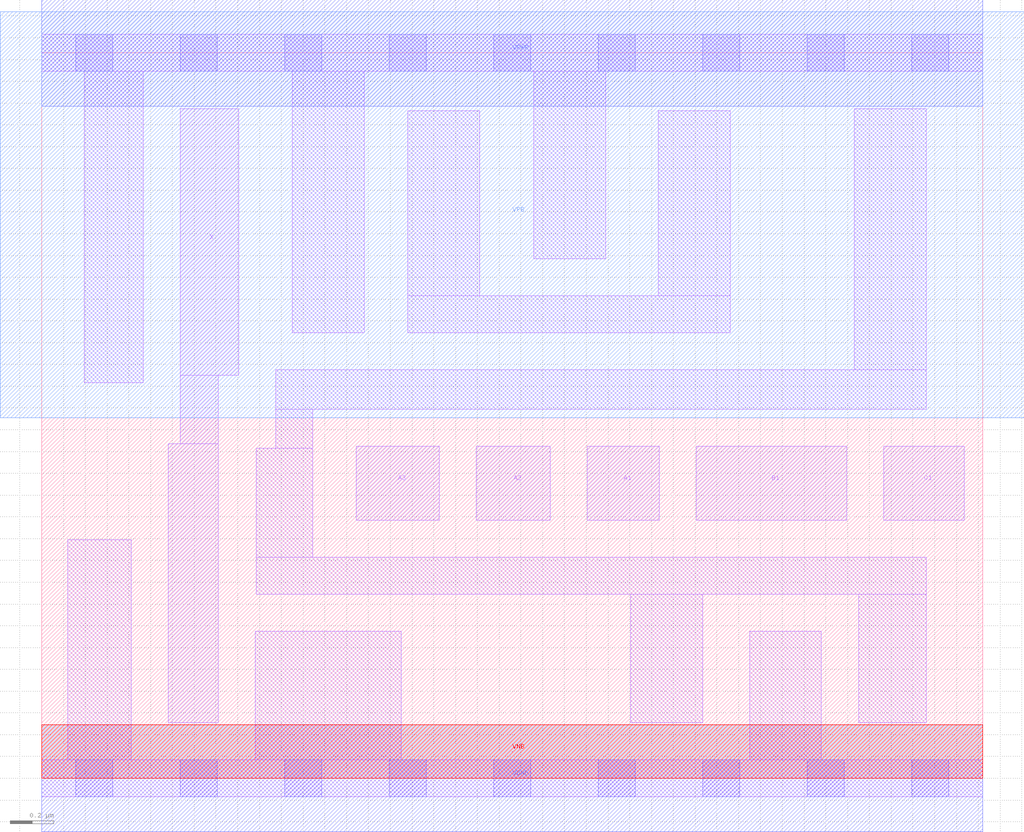
<source format=lef>
# Copyright 2020 The SkyWater PDK Authors
#
# Licensed under the Apache License, Version 2.0 (the "License");
# you may not use this file except in compliance with the License.
# You may obtain a copy of the License at
#
#     https://www.apache.org/licenses/LICENSE-2.0
#
# Unless required by applicable law or agreed to in writing, software
# distributed under the License is distributed on an "AS IS" BASIS,
# WITHOUT WARRANTIES OR CONDITIONS OF ANY KIND, either express or implied.
# See the License for the specific language governing permissions and
# limitations under the License.
#
# SPDX-License-Identifier: Apache-2.0

VERSION 5.7 ;
  NOWIREEXTENSIONATPIN ON ;
  DIVIDERCHAR "/" ;
  BUSBITCHARS "[]" ;
MACRO sky130_fd_sc_lp__a311o_2
  CLASS CORE ;
  FOREIGN sky130_fd_sc_lp__a311o_2 ;
  ORIGIN  0.000000  0.000000 ;
  SIZE  4.320000 BY  3.330000 ;
  SYMMETRY X Y R90 ;
  SITE unit ;
  PIN A1
    ANTENNAGATEAREA  0.315000 ;
    DIRECTION INPUT ;
    USE SIGNAL ;
    PORT
      LAYER li1 ;
        RECT 2.505000 1.185000 2.835000 1.525000 ;
    END
  END A1
  PIN A2
    ANTENNAGATEAREA  0.315000 ;
    DIRECTION INPUT ;
    USE SIGNAL ;
    PORT
      LAYER li1 ;
        RECT 1.995000 1.185000 2.335000 1.525000 ;
    END
  END A2
  PIN A3
    ANTENNAGATEAREA  0.315000 ;
    DIRECTION INPUT ;
    USE SIGNAL ;
    PORT
      LAYER li1 ;
        RECT 1.445000 1.185000 1.825000 1.525000 ;
    END
  END A3
  PIN B1
    ANTENNAGATEAREA  0.315000 ;
    DIRECTION INPUT ;
    USE SIGNAL ;
    PORT
      LAYER li1 ;
        RECT 3.005000 1.185000 3.695000 1.525000 ;
    END
  END B1
  PIN C1
    ANTENNAGATEAREA  0.315000 ;
    DIRECTION INPUT ;
    USE SIGNAL ;
    PORT
      LAYER li1 ;
        RECT 3.865000 1.185000 4.235000 1.525000 ;
    END
  END C1
  PIN X
    ANTENNADIFFAREA  0.588000 ;
    DIRECTION OUTPUT ;
    USE SIGNAL ;
    PORT
      LAYER li1 ;
        RECT 0.580000 0.255000 0.810000 1.535000 ;
        RECT 0.635000 1.535000 0.810000 1.850000 ;
        RECT 0.635000 1.850000 0.905000 3.075000 ;
    END
  END X
  PIN VGND
    DIRECTION INOUT ;
    USE GROUND ;
    PORT
      LAYER met1 ;
        RECT 0.000000 -0.245000 4.320000 0.245000 ;
    END
  END VGND
  PIN VNB
    DIRECTION INOUT ;
    USE GROUND ;
    PORT
      LAYER pwell ;
        RECT 0.000000 0.000000 4.320000 0.245000 ;
    END
  END VNB
  PIN VPB
    DIRECTION INOUT ;
    USE POWER ;
    PORT
      LAYER nwell ;
        RECT -0.190000 1.655000 4.510000 3.520000 ;
    END
  END VPB
  PIN VPWR
    DIRECTION INOUT ;
    USE POWER ;
    PORT
      LAYER met1 ;
        RECT 0.000000 3.085000 4.320000 3.575000 ;
    END
  END VPWR
  OBS
    LAYER li1 ;
      RECT 0.000000 -0.085000 4.320000 0.085000 ;
      RECT 0.000000  3.245000 4.320000 3.415000 ;
      RECT 0.120000  0.085000 0.410000 1.095000 ;
      RECT 0.195000  1.815000 0.465000 3.245000 ;
      RECT 0.980000  0.085000 1.650000 0.675000 ;
      RECT 0.985000  0.845000 4.060000 1.015000 ;
      RECT 0.985000  1.015000 1.245000 1.515000 ;
      RECT 1.075000  1.515000 1.245000 1.695000 ;
      RECT 1.075000  1.695000 4.060000 1.875000 ;
      RECT 1.150000  2.045000 1.480000 3.245000 ;
      RECT 1.680000  2.045000 3.160000 2.215000 ;
      RECT 1.680000  2.215000 2.010000 3.065000 ;
      RECT 2.260000  2.385000 2.590000 3.245000 ;
      RECT 2.705000  0.255000 3.035000 0.845000 ;
      RECT 2.830000  2.215000 3.160000 3.065000 ;
      RECT 3.250000  0.085000 3.580000 0.675000 ;
      RECT 3.730000  1.875000 4.060000 3.075000 ;
      RECT 3.750000  0.255000 4.060000 0.845000 ;
    LAYER mcon ;
      RECT 0.155000 -0.085000 0.325000 0.085000 ;
      RECT 0.155000  3.245000 0.325000 3.415000 ;
      RECT 0.635000 -0.085000 0.805000 0.085000 ;
      RECT 0.635000  3.245000 0.805000 3.415000 ;
      RECT 1.115000 -0.085000 1.285000 0.085000 ;
      RECT 1.115000  3.245000 1.285000 3.415000 ;
      RECT 1.595000 -0.085000 1.765000 0.085000 ;
      RECT 1.595000  3.245000 1.765000 3.415000 ;
      RECT 2.075000 -0.085000 2.245000 0.085000 ;
      RECT 2.075000  3.245000 2.245000 3.415000 ;
      RECT 2.555000 -0.085000 2.725000 0.085000 ;
      RECT 2.555000  3.245000 2.725000 3.415000 ;
      RECT 3.035000 -0.085000 3.205000 0.085000 ;
      RECT 3.035000  3.245000 3.205000 3.415000 ;
      RECT 3.515000 -0.085000 3.685000 0.085000 ;
      RECT 3.515000  3.245000 3.685000 3.415000 ;
      RECT 3.995000 -0.085000 4.165000 0.085000 ;
      RECT 3.995000  3.245000 4.165000 3.415000 ;
  END
END sky130_fd_sc_lp__a311o_2
END LIBRARY

</source>
